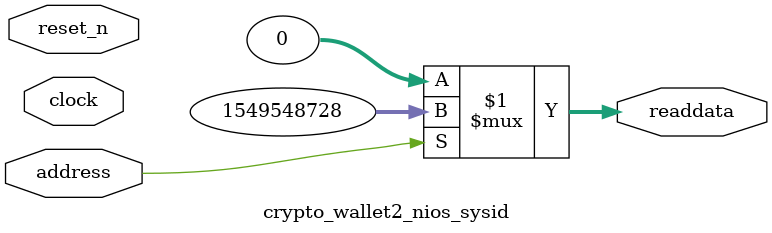
<source format=v>



// synthesis translate_off
`timescale 1ns / 1ps
// synthesis translate_on

// turn off superfluous verilog processor warnings 
// altera message_level Level1 
// altera message_off 10034 10035 10036 10037 10230 10240 10030 

module crypto_wallet2_nios_sysid (
               // inputs:
                address,
                clock,
                reset_n,

               // outputs:
                readdata
             )
;

  output  [ 31: 0] readdata;
  input            address;
  input            clock;
  input            reset_n;

  wire    [ 31: 0] readdata;
  //control_slave, which is an e_avalon_slave
  assign readdata = address ? 1549548728 : 0;

endmodule



</source>
